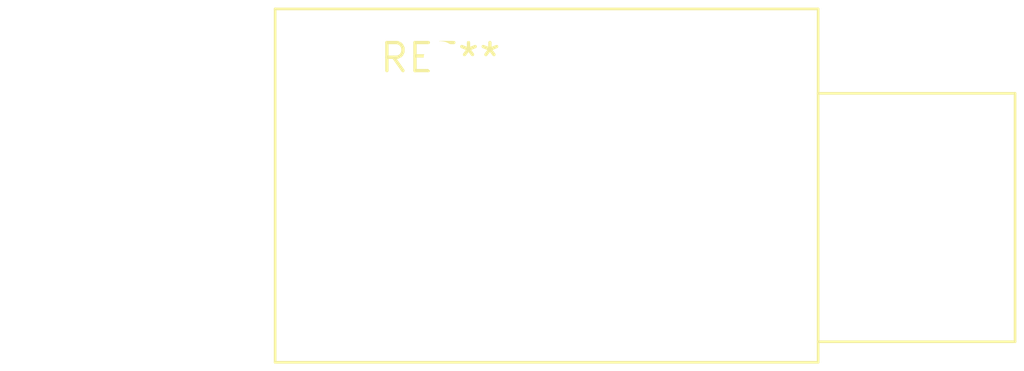
<source format=kicad_pcb>
(kicad_pcb (version 20240108) (generator pcbnew)
  (layers (0 "F.Cu" signal) (31 "B.Cu" signal) (34 "B.Paste" user) (35 "F.Paste" user) (36 "B.SilkS" user "B.Silkscreen") (37 "F.SilkS" user "F.Silkscreen") (38 "B.Mask" user) (39 "F.Mask" user) (44 "Edge.Cuts" user))
  (net 0 "")
  (footprint "Jack_6.35mm_Neutrik_NRJ6HH_Horizontal" (layer "F.Cu") (at 0 0)
    (property "Reference" "REF**")
    (property "Value" "Jack_6.35mm_Neutrik_NRJ6HH_Horizontal")
    (fp_line (start -7.47 -2.21) (end 17.07 -2.21) (layer "F.SilkS") (stroke (width 0.12)))
    (fp_line (start -7.47 13.78) (end -7.47 -2.21) (layer "F.SilkS") (stroke (width 0.12)))
    (fp_line (start -7.47 13.78) (end 17.07 13.78) (layer "F.SilkS") (stroke (width 0.12)))
    (fp_line (start 17.07 -2.21) (end 17.07 13.78) (layer "F.SilkS") (stroke (width 0.12)))
    (fp_line (start 25.97 1.61) (end 17.07 1.61) (layer "F.SilkS") (stroke (width 0.12)))
    (fp_line (start 25.97 12.85) (end 17.07 12.85) (layer "F.SilkS") (stroke (width 0.12)))
    (fp_line (start 25.97 12.85) (end 25.97 1.61) (layer "F.SilkS") (stroke (width 0.12)))
    (pad "" np_thru_hole circle (at 3.15 2.13) (size 3 3) (drill 3) (layers *.Cu *.Mask))
    (pad "" np_thru_hole circle (at 9.5 0) (size 2 2) (drill 2) (layers *.Cu *.Mask))
    (pad "" np_thru_hole circle (at 9.5 11.43) (size 2 2) (drill 2) (layers *.Cu *.Mask))
    (pad "R" thru_hole circle (at 6.35 0) (size 3 3) (drill 1.5) (layers *.Cu *.Mask) (remove_unused_layers))
    (pad "RN" thru_hole circle (at 6.35 11.43) (size 3 3) (drill 1.5) (layers *.Cu *.Mask) (remove_unused_layers))
    (pad "S" thru_hole circle (at 12.7 0) (size 3 3) (drill 1.5) (layers *.Cu *.Mask) (remove_unused_layers))
    (pad "SN" thru_hole circle (at 12.7 11.43) (size 3 3) (drill 1.5) (layers *.Cu *.Mask) (remove_unused_layers))
    (pad "T" thru_hole circle (at 0 0) (size 3 3) (drill 1.5) (layers *.Cu *.Mask) (remove_unused_layers))
    (pad "TN" thru_hole circle (at 0 11.43) (size 3 3) (drill 1.5) (layers *.Cu *.Mask) (remove_unused_layers))
  )
)
</source>
